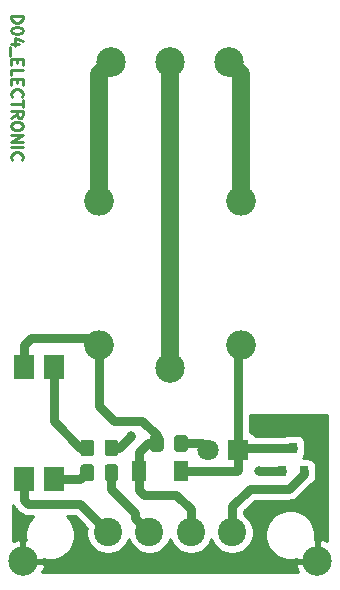
<source format=gbr>
G04 #@! TF.GenerationSoftware,KiCad,Pcbnew,5.1.5-52549c5~86~ubuntu18.04.1*
G04 #@! TF.CreationDate,2020-09-29T20:16:12-05:00*
G04 #@! TF.ProjectId,D04,4430342e-6b69-4636-9164-5f7063625858,rev?*
G04 #@! TF.SameCoordinates,Original*
G04 #@! TF.FileFunction,Copper,L1,Top*
G04 #@! TF.FilePolarity,Positive*
%FSLAX46Y46*%
G04 Gerber Fmt 4.6, Leading zero omitted, Abs format (unit mm)*
G04 Created by KiCad (PCBNEW 5.1.5-52549c5~86~ubuntu18.04.1) date 2020-09-29 20:16:12*
%MOMM*%
%LPD*%
G04 APERTURE LIST*
%ADD10C,0.250000*%
%ADD11C,2.499360*%
%ADD12C,0.100000*%
%ADD13C,1.800000*%
%ADD14R,1.800000X1.800000*%
%ADD15R,1.300000X1.700000*%
%ADD16R,1.780000X2.000000*%
%ADD17R,0.800000X0.900000*%
%ADD18C,2.400000*%
%ADD19C,2.500000*%
%ADD20O,2.500000X2.500000*%
%ADD21C,0.800000*%
%ADD22C,1.500000*%
%ADD23C,0.750000*%
%ADD24C,0.254000*%
G04 APERTURE END LIST*
D10*
X20502619Y-20496971D02*
X21502619Y-20496971D01*
X21502619Y-20735066D01*
X21455000Y-20877923D01*
X21359761Y-20973161D01*
X21264523Y-21020780D01*
X21074047Y-21068400D01*
X20931190Y-21068400D01*
X20740714Y-21020780D01*
X20645476Y-20973161D01*
X20550238Y-20877923D01*
X20502619Y-20735066D01*
X20502619Y-20496971D01*
X21502619Y-21687447D02*
X21502619Y-21782685D01*
X21455000Y-21877923D01*
X21407380Y-21925542D01*
X21312142Y-21973161D01*
X21121666Y-22020780D01*
X20883571Y-22020780D01*
X20693095Y-21973161D01*
X20597857Y-21925542D01*
X20550238Y-21877923D01*
X20502619Y-21782685D01*
X20502619Y-21687447D01*
X20550238Y-21592209D01*
X20597857Y-21544590D01*
X20693095Y-21496971D01*
X20883571Y-21449352D01*
X21121666Y-21449352D01*
X21312142Y-21496971D01*
X21407380Y-21544590D01*
X21455000Y-21592209D01*
X21502619Y-21687447D01*
X21169285Y-22877923D02*
X20502619Y-22877923D01*
X21550238Y-22639828D02*
X20835952Y-22401733D01*
X20835952Y-23020780D01*
X20407380Y-23163638D02*
X20407380Y-23925542D01*
X21026428Y-24163638D02*
X21026428Y-24496971D01*
X20502619Y-24639828D02*
X20502619Y-24163638D01*
X21502619Y-24163638D01*
X21502619Y-24639828D01*
X20502619Y-25544590D02*
X20502619Y-25068400D01*
X21502619Y-25068400D01*
X21026428Y-25877923D02*
X21026428Y-26211257D01*
X20502619Y-26354114D02*
X20502619Y-25877923D01*
X21502619Y-25877923D01*
X21502619Y-26354114D01*
X20597857Y-27354114D02*
X20550238Y-27306495D01*
X20502619Y-27163638D01*
X20502619Y-27068400D01*
X20550238Y-26925542D01*
X20645476Y-26830304D01*
X20740714Y-26782685D01*
X20931190Y-26735066D01*
X21074047Y-26735066D01*
X21264523Y-26782685D01*
X21359761Y-26830304D01*
X21455000Y-26925542D01*
X21502619Y-27068400D01*
X21502619Y-27163638D01*
X21455000Y-27306495D01*
X21407380Y-27354114D01*
X21502619Y-27639828D02*
X21502619Y-28211257D01*
X20502619Y-27925542D02*
X21502619Y-27925542D01*
X20502619Y-29116019D02*
X20978809Y-28782685D01*
X20502619Y-28544590D02*
X21502619Y-28544590D01*
X21502619Y-28925542D01*
X21455000Y-29020780D01*
X21407380Y-29068400D01*
X21312142Y-29116019D01*
X21169285Y-29116019D01*
X21074047Y-29068400D01*
X21026428Y-29020780D01*
X20978809Y-28925542D01*
X20978809Y-28544590D01*
X21502619Y-29735066D02*
X21502619Y-29925542D01*
X21455000Y-30020780D01*
X21359761Y-30116019D01*
X21169285Y-30163638D01*
X20835952Y-30163638D01*
X20645476Y-30116019D01*
X20550238Y-30020780D01*
X20502619Y-29925542D01*
X20502619Y-29735066D01*
X20550238Y-29639828D01*
X20645476Y-29544590D01*
X20835952Y-29496971D01*
X21169285Y-29496971D01*
X21359761Y-29544590D01*
X21455000Y-29639828D01*
X21502619Y-29735066D01*
X20502619Y-30592209D02*
X21502619Y-30592209D01*
X20502619Y-31163638D01*
X21502619Y-31163638D01*
X20502619Y-31639828D02*
X21502619Y-31639828D01*
X20597857Y-32687447D02*
X20550238Y-32639828D01*
X20502619Y-32496971D01*
X20502619Y-32401733D01*
X20550238Y-32258876D01*
X20645476Y-32163638D01*
X20740714Y-32116019D01*
X20931190Y-32068399D01*
X21074047Y-32068399D01*
X21264523Y-32116019D01*
X21359761Y-32163638D01*
X21455000Y-32258876D01*
X21502619Y-32401733D01*
X21502619Y-32496971D01*
X21455000Y-32639828D01*
X21407380Y-32687447D01*
D11*
X46440000Y-66675000D03*
X21500000Y-66675000D03*
G04 #@! TA.AperFunction,SMDPad,CuDef*
D12*
G36*
X35232705Y-55994004D02*
G01*
X35256973Y-55997604D01*
X35280772Y-56003565D01*
X35303871Y-56011830D01*
X35326050Y-56022320D01*
X35347093Y-56034932D01*
X35366799Y-56049547D01*
X35384977Y-56066023D01*
X35401453Y-56084201D01*
X35416068Y-56103907D01*
X35428680Y-56124950D01*
X35439170Y-56147129D01*
X35447435Y-56170228D01*
X35453396Y-56194027D01*
X35456996Y-56218295D01*
X35458200Y-56242799D01*
X35458200Y-57142801D01*
X35456996Y-57167305D01*
X35453396Y-57191573D01*
X35447435Y-57215372D01*
X35439170Y-57238471D01*
X35428680Y-57260650D01*
X35416068Y-57281693D01*
X35401453Y-57301399D01*
X35384977Y-57319577D01*
X35366799Y-57336053D01*
X35347093Y-57350668D01*
X35326050Y-57363280D01*
X35303871Y-57373770D01*
X35280772Y-57382035D01*
X35256973Y-57387996D01*
X35232705Y-57391596D01*
X35208201Y-57392800D01*
X34558199Y-57392800D01*
X34533695Y-57391596D01*
X34509427Y-57387996D01*
X34485628Y-57382035D01*
X34462529Y-57373770D01*
X34440350Y-57363280D01*
X34419307Y-57350668D01*
X34399601Y-57336053D01*
X34381423Y-57319577D01*
X34364947Y-57301399D01*
X34350332Y-57281693D01*
X34337720Y-57260650D01*
X34327230Y-57238471D01*
X34318965Y-57215372D01*
X34313004Y-57191573D01*
X34309404Y-57167305D01*
X34308200Y-57142801D01*
X34308200Y-56242799D01*
X34309404Y-56218295D01*
X34313004Y-56194027D01*
X34318965Y-56170228D01*
X34327230Y-56147129D01*
X34337720Y-56124950D01*
X34350332Y-56103907D01*
X34364947Y-56084201D01*
X34381423Y-56066023D01*
X34399601Y-56049547D01*
X34419307Y-56034932D01*
X34440350Y-56022320D01*
X34462529Y-56011830D01*
X34485628Y-56003565D01*
X34509427Y-55997604D01*
X34533695Y-55994004D01*
X34558199Y-55992800D01*
X35208201Y-55992800D01*
X35232705Y-55994004D01*
G37*
G04 #@! TD.AperFunction*
G04 #@! TA.AperFunction,SMDPad,CuDef*
G36*
X33182705Y-55994004D02*
G01*
X33206973Y-55997604D01*
X33230772Y-56003565D01*
X33253871Y-56011830D01*
X33276050Y-56022320D01*
X33297093Y-56034932D01*
X33316799Y-56049547D01*
X33334977Y-56066023D01*
X33351453Y-56084201D01*
X33366068Y-56103907D01*
X33378680Y-56124950D01*
X33389170Y-56147129D01*
X33397435Y-56170228D01*
X33403396Y-56194027D01*
X33406996Y-56218295D01*
X33408200Y-56242799D01*
X33408200Y-57142801D01*
X33406996Y-57167305D01*
X33403396Y-57191573D01*
X33397435Y-57215372D01*
X33389170Y-57238471D01*
X33378680Y-57260650D01*
X33366068Y-57281693D01*
X33351453Y-57301399D01*
X33334977Y-57319577D01*
X33316799Y-57336053D01*
X33297093Y-57350668D01*
X33276050Y-57363280D01*
X33253871Y-57373770D01*
X33230772Y-57382035D01*
X33206973Y-57387996D01*
X33182705Y-57391596D01*
X33158201Y-57392800D01*
X32508199Y-57392800D01*
X32483695Y-57391596D01*
X32459427Y-57387996D01*
X32435628Y-57382035D01*
X32412529Y-57373770D01*
X32390350Y-57363280D01*
X32369307Y-57350668D01*
X32349601Y-57336053D01*
X32331423Y-57319577D01*
X32314947Y-57301399D01*
X32300332Y-57281693D01*
X32287720Y-57260650D01*
X32277230Y-57238471D01*
X32268965Y-57215372D01*
X32263004Y-57191573D01*
X32259404Y-57167305D01*
X32258200Y-57142801D01*
X32258200Y-56242799D01*
X32259404Y-56218295D01*
X32263004Y-56194027D01*
X32268965Y-56170228D01*
X32277230Y-56147129D01*
X32287720Y-56124950D01*
X32300332Y-56103907D01*
X32314947Y-56084201D01*
X32331423Y-56066023D01*
X32349601Y-56049547D01*
X32369307Y-56034932D01*
X32390350Y-56022320D01*
X32412529Y-56011830D01*
X32435628Y-56003565D01*
X32459427Y-55997604D01*
X32483695Y-55994004D01*
X32508199Y-55992800D01*
X33158201Y-55992800D01*
X33182705Y-55994004D01*
G37*
G04 #@! TD.AperFunction*
G04 #@! TA.AperFunction,SMDPad,CuDef*
G36*
X27289905Y-58483204D02*
G01*
X27314173Y-58486804D01*
X27337972Y-58492765D01*
X27361071Y-58501030D01*
X27383250Y-58511520D01*
X27404293Y-58524132D01*
X27423999Y-58538747D01*
X27442177Y-58555223D01*
X27458653Y-58573401D01*
X27473268Y-58593107D01*
X27485880Y-58614150D01*
X27496370Y-58636329D01*
X27504635Y-58659428D01*
X27510596Y-58683227D01*
X27514196Y-58707495D01*
X27515400Y-58731999D01*
X27515400Y-59632001D01*
X27514196Y-59656505D01*
X27510596Y-59680773D01*
X27504635Y-59704572D01*
X27496370Y-59727671D01*
X27485880Y-59749850D01*
X27473268Y-59770893D01*
X27458653Y-59790599D01*
X27442177Y-59808777D01*
X27423999Y-59825253D01*
X27404293Y-59839868D01*
X27383250Y-59852480D01*
X27361071Y-59862970D01*
X27337972Y-59871235D01*
X27314173Y-59877196D01*
X27289905Y-59880796D01*
X27265401Y-59882000D01*
X26615399Y-59882000D01*
X26590895Y-59880796D01*
X26566627Y-59877196D01*
X26542828Y-59871235D01*
X26519729Y-59862970D01*
X26497550Y-59852480D01*
X26476507Y-59839868D01*
X26456801Y-59825253D01*
X26438623Y-59808777D01*
X26422147Y-59790599D01*
X26407532Y-59770893D01*
X26394920Y-59749850D01*
X26384430Y-59727671D01*
X26376165Y-59704572D01*
X26370204Y-59680773D01*
X26366604Y-59656505D01*
X26365400Y-59632001D01*
X26365400Y-58731999D01*
X26366604Y-58707495D01*
X26370204Y-58683227D01*
X26376165Y-58659428D01*
X26384430Y-58636329D01*
X26394920Y-58614150D01*
X26407532Y-58593107D01*
X26422147Y-58573401D01*
X26438623Y-58555223D01*
X26456801Y-58538747D01*
X26476507Y-58524132D01*
X26497550Y-58511520D01*
X26519729Y-58501030D01*
X26542828Y-58492765D01*
X26566627Y-58486804D01*
X26590895Y-58483204D01*
X26615399Y-58482000D01*
X27265401Y-58482000D01*
X27289905Y-58483204D01*
G37*
G04 #@! TD.AperFunction*
G04 #@! TA.AperFunction,SMDPad,CuDef*
G36*
X29339905Y-58483204D02*
G01*
X29364173Y-58486804D01*
X29387972Y-58492765D01*
X29411071Y-58501030D01*
X29433250Y-58511520D01*
X29454293Y-58524132D01*
X29473999Y-58538747D01*
X29492177Y-58555223D01*
X29508653Y-58573401D01*
X29523268Y-58593107D01*
X29535880Y-58614150D01*
X29546370Y-58636329D01*
X29554635Y-58659428D01*
X29560596Y-58683227D01*
X29564196Y-58707495D01*
X29565400Y-58731999D01*
X29565400Y-59632001D01*
X29564196Y-59656505D01*
X29560596Y-59680773D01*
X29554635Y-59704572D01*
X29546370Y-59727671D01*
X29535880Y-59749850D01*
X29523268Y-59770893D01*
X29508653Y-59790599D01*
X29492177Y-59808777D01*
X29473999Y-59825253D01*
X29454293Y-59839868D01*
X29433250Y-59852480D01*
X29411071Y-59862970D01*
X29387972Y-59871235D01*
X29364173Y-59877196D01*
X29339905Y-59880796D01*
X29315401Y-59882000D01*
X28665399Y-59882000D01*
X28640895Y-59880796D01*
X28616627Y-59877196D01*
X28592828Y-59871235D01*
X28569729Y-59862970D01*
X28547550Y-59852480D01*
X28526507Y-59839868D01*
X28506801Y-59825253D01*
X28488623Y-59808777D01*
X28472147Y-59790599D01*
X28457532Y-59770893D01*
X28444920Y-59749850D01*
X28434430Y-59727671D01*
X28426165Y-59704572D01*
X28420204Y-59680773D01*
X28416604Y-59656505D01*
X28415400Y-59632001D01*
X28415400Y-58731999D01*
X28416604Y-58707495D01*
X28420204Y-58683227D01*
X28426165Y-58659428D01*
X28434430Y-58636329D01*
X28444920Y-58614150D01*
X28457532Y-58593107D01*
X28472147Y-58573401D01*
X28488623Y-58555223D01*
X28506801Y-58538747D01*
X28526507Y-58524132D01*
X28547550Y-58511520D01*
X28569729Y-58501030D01*
X28592828Y-58492765D01*
X28616627Y-58486804D01*
X28640895Y-58483204D01*
X28665399Y-58482000D01*
X29315401Y-58482000D01*
X29339905Y-58483204D01*
G37*
G04 #@! TD.AperFunction*
D13*
X37211000Y-57277000D03*
D14*
X39751000Y-57277000D03*
D15*
X34848800Y-59029600D03*
X31348800Y-59029600D03*
G04 #@! TA.AperFunction,SMDPad,CuDef*
D12*
G36*
X27289905Y-56375004D02*
G01*
X27314173Y-56378604D01*
X27337972Y-56384565D01*
X27361071Y-56392830D01*
X27383250Y-56403320D01*
X27404293Y-56415932D01*
X27423999Y-56430547D01*
X27442177Y-56447023D01*
X27458653Y-56465201D01*
X27473268Y-56484907D01*
X27485880Y-56505950D01*
X27496370Y-56528129D01*
X27504635Y-56551228D01*
X27510596Y-56575027D01*
X27514196Y-56599295D01*
X27515400Y-56623799D01*
X27515400Y-57523801D01*
X27514196Y-57548305D01*
X27510596Y-57572573D01*
X27504635Y-57596372D01*
X27496370Y-57619471D01*
X27485880Y-57641650D01*
X27473268Y-57662693D01*
X27458653Y-57682399D01*
X27442177Y-57700577D01*
X27423999Y-57717053D01*
X27404293Y-57731668D01*
X27383250Y-57744280D01*
X27361071Y-57754770D01*
X27337972Y-57763035D01*
X27314173Y-57768996D01*
X27289905Y-57772596D01*
X27265401Y-57773800D01*
X26615399Y-57773800D01*
X26590895Y-57772596D01*
X26566627Y-57768996D01*
X26542828Y-57763035D01*
X26519729Y-57754770D01*
X26497550Y-57744280D01*
X26476507Y-57731668D01*
X26456801Y-57717053D01*
X26438623Y-57700577D01*
X26422147Y-57682399D01*
X26407532Y-57662693D01*
X26394920Y-57641650D01*
X26384430Y-57619471D01*
X26376165Y-57596372D01*
X26370204Y-57572573D01*
X26366604Y-57548305D01*
X26365400Y-57523801D01*
X26365400Y-56623799D01*
X26366604Y-56599295D01*
X26370204Y-56575027D01*
X26376165Y-56551228D01*
X26384430Y-56528129D01*
X26394920Y-56505950D01*
X26407532Y-56484907D01*
X26422147Y-56465201D01*
X26438623Y-56447023D01*
X26456801Y-56430547D01*
X26476507Y-56415932D01*
X26497550Y-56403320D01*
X26519729Y-56392830D01*
X26542828Y-56384565D01*
X26566627Y-56378604D01*
X26590895Y-56375004D01*
X26615399Y-56373800D01*
X27265401Y-56373800D01*
X27289905Y-56375004D01*
G37*
G04 #@! TD.AperFunction*
G04 #@! TA.AperFunction,SMDPad,CuDef*
G36*
X29339905Y-56375004D02*
G01*
X29364173Y-56378604D01*
X29387972Y-56384565D01*
X29411071Y-56392830D01*
X29433250Y-56403320D01*
X29454293Y-56415932D01*
X29473999Y-56430547D01*
X29492177Y-56447023D01*
X29508653Y-56465201D01*
X29523268Y-56484907D01*
X29535880Y-56505950D01*
X29546370Y-56528129D01*
X29554635Y-56551228D01*
X29560596Y-56575027D01*
X29564196Y-56599295D01*
X29565400Y-56623799D01*
X29565400Y-57523801D01*
X29564196Y-57548305D01*
X29560596Y-57572573D01*
X29554635Y-57596372D01*
X29546370Y-57619471D01*
X29535880Y-57641650D01*
X29523268Y-57662693D01*
X29508653Y-57682399D01*
X29492177Y-57700577D01*
X29473999Y-57717053D01*
X29454293Y-57731668D01*
X29433250Y-57744280D01*
X29411071Y-57754770D01*
X29387972Y-57763035D01*
X29364173Y-57768996D01*
X29339905Y-57772596D01*
X29315401Y-57773800D01*
X28665399Y-57773800D01*
X28640895Y-57772596D01*
X28616627Y-57768996D01*
X28592828Y-57763035D01*
X28569729Y-57754770D01*
X28547550Y-57744280D01*
X28526507Y-57731668D01*
X28506801Y-57717053D01*
X28488623Y-57700577D01*
X28472147Y-57682399D01*
X28457532Y-57662693D01*
X28444920Y-57641650D01*
X28434430Y-57619471D01*
X28426165Y-57596372D01*
X28420204Y-57572573D01*
X28416604Y-57548305D01*
X28415400Y-57523801D01*
X28415400Y-56623799D01*
X28416604Y-56599295D01*
X28420204Y-56575027D01*
X28426165Y-56551228D01*
X28434430Y-56528129D01*
X28444920Y-56505950D01*
X28457532Y-56484907D01*
X28472147Y-56465201D01*
X28488623Y-56447023D01*
X28506801Y-56430547D01*
X28526507Y-56415932D01*
X28547550Y-56403320D01*
X28569729Y-56392830D01*
X28592828Y-56384565D01*
X28616627Y-56378604D01*
X28640895Y-56375004D01*
X28665399Y-56373800D01*
X29315401Y-56373800D01*
X29339905Y-56375004D01*
G37*
G04 #@! TD.AperFunction*
D16*
X21580000Y-50226000D03*
X24120000Y-59756000D03*
X24120000Y-50226000D03*
X21580000Y-59756000D03*
D17*
X44348400Y-57064400D03*
X45298400Y-59064400D03*
X43398400Y-59064400D03*
D18*
X39220000Y-64236600D03*
X35720000Y-64236600D03*
X32220000Y-64236600D03*
X28720000Y-64236600D03*
D19*
X28970000Y-24434800D03*
X33970000Y-24434800D03*
X38970000Y-24434800D03*
D20*
X27970000Y-48342800D03*
X27970000Y-36142800D03*
X39970000Y-36142800D03*
X39970000Y-48342800D03*
D19*
X33970000Y-50342800D03*
D21*
X30632400Y-56108600D03*
X41529000Y-59029600D03*
D22*
X27970000Y-25434800D02*
X28970000Y-24434800D01*
X27970000Y-36142800D02*
X27970000Y-25434800D01*
X33970000Y-50342800D02*
X33970000Y-24434800D01*
X39970000Y-25434800D02*
X38970000Y-24434800D01*
X39970000Y-36142800D02*
X39970000Y-25434800D01*
D23*
X39220000Y-62024400D02*
X39220000Y-64236600D01*
X40716200Y-60528200D02*
X39220000Y-62024400D01*
X45298400Y-59064400D02*
X45298400Y-59273400D01*
X44043600Y-60528200D02*
X40716200Y-60528200D01*
X45298400Y-59273400D02*
X44043600Y-60528200D01*
X31020001Y-63036601D02*
X31020001Y-62592201D01*
X32220000Y-64236600D02*
X31020001Y-63036601D01*
X28990400Y-60562600D02*
X28990400Y-59182000D01*
X31020001Y-62592201D02*
X28990400Y-60562600D01*
X28990400Y-57073800D02*
X29667200Y-57073800D01*
X29667200Y-57073800D02*
X30632400Y-56108600D01*
X43363600Y-59029600D02*
X43398400Y-59064400D01*
X41529000Y-59029600D02*
X43363600Y-59029600D01*
X24120000Y-51976000D02*
X24120000Y-50226000D01*
X24120000Y-54828400D02*
X24120000Y-51976000D01*
X26940400Y-57073800D02*
X26365400Y-57073800D01*
X26365400Y-57073800D02*
X24120000Y-54828400D01*
X39963600Y-57064400D02*
X39751000Y-57277000D01*
X44348400Y-57064400D02*
X39963600Y-57064400D01*
X39648400Y-59029600D02*
X39751000Y-58927000D01*
X39751000Y-58927000D02*
X39751000Y-57277000D01*
X34848800Y-59029600D02*
X39648400Y-59029600D01*
X39751000Y-48561800D02*
X39970000Y-48342800D01*
X39751000Y-57277000D02*
X39751000Y-48561800D01*
X31348800Y-60629600D02*
X31780800Y-61061600D01*
X31348800Y-59029600D02*
X31348800Y-60629600D01*
X31780800Y-61061600D02*
X34493200Y-61061600D01*
X35720000Y-62288400D02*
X35720000Y-64236600D01*
X34493200Y-61061600D02*
X35720000Y-62288400D01*
X27970000Y-48342800D02*
X27845000Y-48342800D01*
X27845000Y-48342800D02*
X27254200Y-47752000D01*
X27254200Y-47752000D02*
X22174200Y-47752000D01*
X21580000Y-48346200D02*
X21580000Y-50226000D01*
X22174200Y-47752000D02*
X21580000Y-48346200D01*
X32085600Y-56692800D02*
X32833200Y-56692800D01*
X31348800Y-59029600D02*
X31348800Y-57429600D01*
X31348800Y-57429600D02*
X32085600Y-56692800D01*
X32833200Y-55992800D02*
X31628200Y-54787800D01*
X32833200Y-56692800D02*
X32833200Y-55992800D01*
X31628200Y-54787800D02*
X29210000Y-54787800D01*
X27970000Y-53547800D02*
X27970000Y-48342800D01*
X29210000Y-54787800D02*
X27970000Y-53547800D01*
X26366400Y-59756000D02*
X26940400Y-59182000D01*
X24120000Y-59756000D02*
X26366400Y-59756000D01*
X36626800Y-56692800D02*
X37211000Y-57277000D01*
X34883200Y-56692800D02*
X36626800Y-56692800D01*
X21580000Y-61506000D02*
X21580000Y-59756000D01*
X26339800Y-61874400D02*
X21948400Y-61874400D01*
X27502001Y-63036601D02*
X26339800Y-61874400D01*
X27520001Y-63036601D02*
X27502001Y-63036601D01*
X21948400Y-61874400D02*
X21580000Y-61506000D01*
X28720000Y-64236600D02*
X27520001Y-63036601D01*
D24*
G36*
X47280001Y-54329365D02*
G01*
X47280001Y-64987866D01*
X47115738Y-64905861D01*
X46861025Y-64828595D01*
X46567000Y-64944605D01*
X46567000Y-66368392D01*
X46454141Y-66481251D01*
X46633749Y-66660859D01*
X46746608Y-66548000D01*
X47280001Y-66548000D01*
X47280001Y-66802000D01*
X46746608Y-66802000D01*
X46633749Y-66689141D01*
X46454141Y-66868749D01*
X46567000Y-66981608D01*
X46567000Y-67600000D01*
X46313000Y-67600000D01*
X46313000Y-66981608D01*
X46425859Y-66868749D01*
X46246251Y-66689141D01*
X46133392Y-66802000D01*
X44709605Y-66802000D01*
X44593595Y-67096025D01*
X44711211Y-67448151D01*
X44797895Y-67600000D01*
X23144699Y-67600000D01*
X23269139Y-67350738D01*
X23346405Y-67096025D01*
X23230395Y-66802000D01*
X21806608Y-66802000D01*
X21693749Y-66689141D01*
X21514141Y-66868749D01*
X21627000Y-66981608D01*
X21627000Y-67600000D01*
X21373000Y-67600000D01*
X21373000Y-66981608D01*
X21485859Y-66868749D01*
X21306251Y-66689141D01*
X21193392Y-66802000D01*
X20660000Y-66802000D01*
X20660000Y-66548000D01*
X21193392Y-66548000D01*
X21306251Y-66660859D01*
X21485859Y-66481251D01*
X21373000Y-66368392D01*
X21373000Y-64944605D01*
X21078975Y-64828595D01*
X20726849Y-64946211D01*
X20660000Y-64984372D01*
X20660000Y-61927366D01*
X20736153Y-62069840D01*
X20862367Y-62223633D01*
X20900907Y-62255262D01*
X21199135Y-62553489D01*
X21230767Y-62592033D01*
X21384560Y-62718247D01*
X21560020Y-62812032D01*
X21750406Y-62869785D01*
X21898792Y-62884400D01*
X21898794Y-62884400D01*
X21948399Y-62889286D01*
X21998004Y-62884400D01*
X22356254Y-62884400D01*
X22151637Y-63089017D01*
X21917988Y-63438698D01*
X21757047Y-63827244D01*
X21675000Y-64239721D01*
X21675000Y-64660279D01*
X21723947Y-64906354D01*
X21627000Y-64944605D01*
X21627000Y-66368392D01*
X21514141Y-66481251D01*
X21693749Y-66660859D01*
X21806608Y-66548000D01*
X23230395Y-66548000D01*
X23243735Y-66514190D01*
X23599721Y-66585000D01*
X24020279Y-66585000D01*
X24432756Y-66502953D01*
X24821302Y-66342012D01*
X25170983Y-66108363D01*
X25468363Y-65810983D01*
X25702012Y-65461302D01*
X25862953Y-65072756D01*
X25945000Y-64660279D01*
X25945000Y-64239721D01*
X25862953Y-63827244D01*
X25702012Y-63438698D01*
X25468363Y-63089017D01*
X25263746Y-62884400D01*
X25921445Y-62884400D01*
X26752740Y-63715695D01*
X26784368Y-63754234D01*
X26922457Y-63867560D01*
X26885000Y-64055868D01*
X26885000Y-64417332D01*
X26955518Y-64771850D01*
X27093844Y-65105799D01*
X27294662Y-65406344D01*
X27550256Y-65661938D01*
X27850801Y-65862756D01*
X28184750Y-66001082D01*
X28539268Y-66071600D01*
X28900732Y-66071600D01*
X29255250Y-66001082D01*
X29589199Y-65862756D01*
X29889744Y-65661938D01*
X30145338Y-65406344D01*
X30346156Y-65105799D01*
X30470000Y-64806813D01*
X30593844Y-65105799D01*
X30794662Y-65406344D01*
X31050256Y-65661938D01*
X31350801Y-65862756D01*
X31684750Y-66001082D01*
X32039268Y-66071600D01*
X32400732Y-66071600D01*
X32755250Y-66001082D01*
X33089199Y-65862756D01*
X33389744Y-65661938D01*
X33645338Y-65406344D01*
X33846156Y-65105799D01*
X33970000Y-64806813D01*
X34093844Y-65105799D01*
X34294662Y-65406344D01*
X34550256Y-65661938D01*
X34850801Y-65862756D01*
X35184750Y-66001082D01*
X35539268Y-66071600D01*
X35900732Y-66071600D01*
X36255250Y-66001082D01*
X36589199Y-65862756D01*
X36889744Y-65661938D01*
X37145338Y-65406344D01*
X37346156Y-65105799D01*
X37470000Y-64806813D01*
X37593844Y-65105799D01*
X37794662Y-65406344D01*
X38050256Y-65661938D01*
X38350801Y-65862756D01*
X38684750Y-66001082D01*
X39039268Y-66071600D01*
X39400732Y-66071600D01*
X39755250Y-66001082D01*
X40089199Y-65862756D01*
X40389744Y-65661938D01*
X40645338Y-65406344D01*
X40846156Y-65105799D01*
X40984482Y-64771850D01*
X41055000Y-64417332D01*
X41055000Y-64239721D01*
X41995000Y-64239721D01*
X41995000Y-64660279D01*
X42077047Y-65072756D01*
X42237988Y-65461302D01*
X42471637Y-65810983D01*
X42769017Y-66108363D01*
X43118698Y-66342012D01*
X43507244Y-66502953D01*
X43919721Y-66585000D01*
X44340279Y-66585000D01*
X44696265Y-66514190D01*
X44709605Y-66548000D01*
X46133392Y-66548000D01*
X46246251Y-66660859D01*
X46425859Y-66481251D01*
X46313000Y-66368392D01*
X46313000Y-64944605D01*
X46216053Y-64906354D01*
X46265000Y-64660279D01*
X46265000Y-64239721D01*
X46182953Y-63827244D01*
X46022012Y-63438698D01*
X45788363Y-63089017D01*
X45490983Y-62791637D01*
X45141302Y-62557988D01*
X44752756Y-62397047D01*
X44340279Y-62315000D01*
X43919721Y-62315000D01*
X43507244Y-62397047D01*
X43118698Y-62557988D01*
X42769017Y-62791637D01*
X42471637Y-63089017D01*
X42237988Y-63438698D01*
X42077047Y-63827244D01*
X41995000Y-64239721D01*
X41055000Y-64239721D01*
X41055000Y-64055868D01*
X40984482Y-63701350D01*
X40846156Y-63367401D01*
X40645338Y-63066856D01*
X40389744Y-62811262D01*
X40230000Y-62704524D01*
X40230000Y-62442755D01*
X41134555Y-61538200D01*
X43993992Y-61538200D01*
X44043600Y-61543086D01*
X44241594Y-61523585D01*
X44318578Y-61500232D01*
X44431980Y-61465832D01*
X44607440Y-61372047D01*
X44761233Y-61245833D01*
X44792861Y-61207294D01*
X45876081Y-60124074D01*
X45942580Y-60103902D01*
X46052894Y-60044937D01*
X46149585Y-59965585D01*
X46228937Y-59868894D01*
X46287902Y-59758580D01*
X46324212Y-59638882D01*
X46336472Y-59514400D01*
X46336472Y-58614400D01*
X46324212Y-58489918D01*
X46287902Y-58370220D01*
X46228937Y-58259906D01*
X46149585Y-58163215D01*
X46052894Y-58083863D01*
X45942580Y-58024898D01*
X45822882Y-57988588D01*
X45698400Y-57976328D01*
X45186495Y-57976328D01*
X45199585Y-57965585D01*
X45278937Y-57868894D01*
X45337902Y-57758580D01*
X45374212Y-57638882D01*
X45386472Y-57514400D01*
X45386472Y-56614400D01*
X45374212Y-56489918D01*
X45337902Y-56370220D01*
X45278937Y-56259906D01*
X45199585Y-56163215D01*
X45102894Y-56083863D01*
X44992580Y-56024898D01*
X44872882Y-55988588D01*
X44748400Y-55976328D01*
X43948400Y-55976328D01*
X43823918Y-55988588D01*
X43704220Y-56024898D01*
X43649027Y-56054400D01*
X41198585Y-56054400D01*
X41181537Y-56022506D01*
X41102185Y-55925815D01*
X41005494Y-55846463D01*
X40895180Y-55787498D01*
X40775482Y-55751188D01*
X40761000Y-55749762D01*
X40761000Y-54311323D01*
X47280001Y-54329365D01*
G37*
X47280001Y-54329365D02*
X47280001Y-64987866D01*
X47115738Y-64905861D01*
X46861025Y-64828595D01*
X46567000Y-64944605D01*
X46567000Y-66368392D01*
X46454141Y-66481251D01*
X46633749Y-66660859D01*
X46746608Y-66548000D01*
X47280001Y-66548000D01*
X47280001Y-66802000D01*
X46746608Y-66802000D01*
X46633749Y-66689141D01*
X46454141Y-66868749D01*
X46567000Y-66981608D01*
X46567000Y-67600000D01*
X46313000Y-67600000D01*
X46313000Y-66981608D01*
X46425859Y-66868749D01*
X46246251Y-66689141D01*
X46133392Y-66802000D01*
X44709605Y-66802000D01*
X44593595Y-67096025D01*
X44711211Y-67448151D01*
X44797895Y-67600000D01*
X23144699Y-67600000D01*
X23269139Y-67350738D01*
X23346405Y-67096025D01*
X23230395Y-66802000D01*
X21806608Y-66802000D01*
X21693749Y-66689141D01*
X21514141Y-66868749D01*
X21627000Y-66981608D01*
X21627000Y-67600000D01*
X21373000Y-67600000D01*
X21373000Y-66981608D01*
X21485859Y-66868749D01*
X21306251Y-66689141D01*
X21193392Y-66802000D01*
X20660000Y-66802000D01*
X20660000Y-66548000D01*
X21193392Y-66548000D01*
X21306251Y-66660859D01*
X21485859Y-66481251D01*
X21373000Y-66368392D01*
X21373000Y-64944605D01*
X21078975Y-64828595D01*
X20726849Y-64946211D01*
X20660000Y-64984372D01*
X20660000Y-61927366D01*
X20736153Y-62069840D01*
X20862367Y-62223633D01*
X20900907Y-62255262D01*
X21199135Y-62553489D01*
X21230767Y-62592033D01*
X21384560Y-62718247D01*
X21560020Y-62812032D01*
X21750406Y-62869785D01*
X21898792Y-62884400D01*
X21898794Y-62884400D01*
X21948399Y-62889286D01*
X21998004Y-62884400D01*
X22356254Y-62884400D01*
X22151637Y-63089017D01*
X21917988Y-63438698D01*
X21757047Y-63827244D01*
X21675000Y-64239721D01*
X21675000Y-64660279D01*
X21723947Y-64906354D01*
X21627000Y-64944605D01*
X21627000Y-66368392D01*
X21514141Y-66481251D01*
X21693749Y-66660859D01*
X21806608Y-66548000D01*
X23230395Y-66548000D01*
X23243735Y-66514190D01*
X23599721Y-66585000D01*
X24020279Y-66585000D01*
X24432756Y-66502953D01*
X24821302Y-66342012D01*
X25170983Y-66108363D01*
X25468363Y-65810983D01*
X25702012Y-65461302D01*
X25862953Y-65072756D01*
X25945000Y-64660279D01*
X25945000Y-64239721D01*
X25862953Y-63827244D01*
X25702012Y-63438698D01*
X25468363Y-63089017D01*
X25263746Y-62884400D01*
X25921445Y-62884400D01*
X26752740Y-63715695D01*
X26784368Y-63754234D01*
X26922457Y-63867560D01*
X26885000Y-64055868D01*
X26885000Y-64417332D01*
X26955518Y-64771850D01*
X27093844Y-65105799D01*
X27294662Y-65406344D01*
X27550256Y-65661938D01*
X27850801Y-65862756D01*
X28184750Y-66001082D01*
X28539268Y-66071600D01*
X28900732Y-66071600D01*
X29255250Y-66001082D01*
X29589199Y-65862756D01*
X29889744Y-65661938D01*
X30145338Y-65406344D01*
X30346156Y-65105799D01*
X30470000Y-64806813D01*
X30593844Y-65105799D01*
X30794662Y-65406344D01*
X31050256Y-65661938D01*
X31350801Y-65862756D01*
X31684750Y-66001082D01*
X32039268Y-66071600D01*
X32400732Y-66071600D01*
X32755250Y-66001082D01*
X33089199Y-65862756D01*
X33389744Y-65661938D01*
X33645338Y-65406344D01*
X33846156Y-65105799D01*
X33970000Y-64806813D01*
X34093844Y-65105799D01*
X34294662Y-65406344D01*
X34550256Y-65661938D01*
X34850801Y-65862756D01*
X35184750Y-66001082D01*
X35539268Y-66071600D01*
X35900732Y-66071600D01*
X36255250Y-66001082D01*
X36589199Y-65862756D01*
X36889744Y-65661938D01*
X37145338Y-65406344D01*
X37346156Y-65105799D01*
X37470000Y-64806813D01*
X37593844Y-65105799D01*
X37794662Y-65406344D01*
X38050256Y-65661938D01*
X38350801Y-65862756D01*
X38684750Y-66001082D01*
X39039268Y-66071600D01*
X39400732Y-66071600D01*
X39755250Y-66001082D01*
X40089199Y-65862756D01*
X40389744Y-65661938D01*
X40645338Y-65406344D01*
X40846156Y-65105799D01*
X40984482Y-64771850D01*
X41055000Y-64417332D01*
X41055000Y-64239721D01*
X41995000Y-64239721D01*
X41995000Y-64660279D01*
X42077047Y-65072756D01*
X42237988Y-65461302D01*
X42471637Y-65810983D01*
X42769017Y-66108363D01*
X43118698Y-66342012D01*
X43507244Y-66502953D01*
X43919721Y-66585000D01*
X44340279Y-66585000D01*
X44696265Y-66514190D01*
X44709605Y-66548000D01*
X46133392Y-66548000D01*
X46246251Y-66660859D01*
X46425859Y-66481251D01*
X46313000Y-66368392D01*
X46313000Y-64944605D01*
X46216053Y-64906354D01*
X46265000Y-64660279D01*
X46265000Y-64239721D01*
X46182953Y-63827244D01*
X46022012Y-63438698D01*
X45788363Y-63089017D01*
X45490983Y-62791637D01*
X45141302Y-62557988D01*
X44752756Y-62397047D01*
X44340279Y-62315000D01*
X43919721Y-62315000D01*
X43507244Y-62397047D01*
X43118698Y-62557988D01*
X42769017Y-62791637D01*
X42471637Y-63089017D01*
X42237988Y-63438698D01*
X42077047Y-63827244D01*
X41995000Y-64239721D01*
X41055000Y-64239721D01*
X41055000Y-64055868D01*
X40984482Y-63701350D01*
X40846156Y-63367401D01*
X40645338Y-63066856D01*
X40389744Y-62811262D01*
X40230000Y-62704524D01*
X40230000Y-62442755D01*
X41134555Y-61538200D01*
X43993992Y-61538200D01*
X44043600Y-61543086D01*
X44241594Y-61523585D01*
X44318578Y-61500232D01*
X44431980Y-61465832D01*
X44607440Y-61372047D01*
X44761233Y-61245833D01*
X44792861Y-61207294D01*
X45876081Y-60124074D01*
X45942580Y-60103902D01*
X46052894Y-60044937D01*
X46149585Y-59965585D01*
X46228937Y-59868894D01*
X46287902Y-59758580D01*
X46324212Y-59638882D01*
X46336472Y-59514400D01*
X46336472Y-58614400D01*
X46324212Y-58489918D01*
X46287902Y-58370220D01*
X46228937Y-58259906D01*
X46149585Y-58163215D01*
X46052894Y-58083863D01*
X45942580Y-58024898D01*
X45822882Y-57988588D01*
X45698400Y-57976328D01*
X45186495Y-57976328D01*
X45199585Y-57965585D01*
X45278937Y-57868894D01*
X45337902Y-57758580D01*
X45374212Y-57638882D01*
X45386472Y-57514400D01*
X45386472Y-56614400D01*
X45374212Y-56489918D01*
X45337902Y-56370220D01*
X45278937Y-56259906D01*
X45199585Y-56163215D01*
X45102894Y-56083863D01*
X44992580Y-56024898D01*
X44872882Y-55988588D01*
X44748400Y-55976328D01*
X43948400Y-55976328D01*
X43823918Y-55988588D01*
X43704220Y-56024898D01*
X43649027Y-56054400D01*
X41198585Y-56054400D01*
X41181537Y-56022506D01*
X41102185Y-55925815D01*
X41005494Y-55846463D01*
X40895180Y-55787498D01*
X40775482Y-55751188D01*
X40761000Y-55749762D01*
X40761000Y-54311323D01*
X47280001Y-54329365D01*
M02*

</source>
